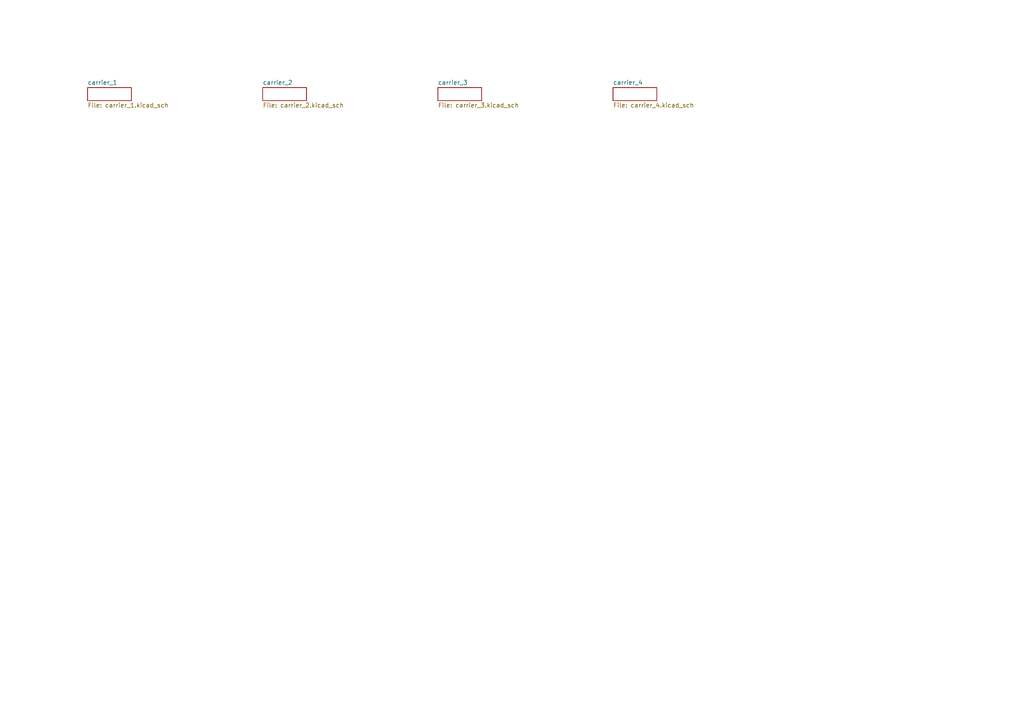
<source format=kicad_sch>
(kicad_sch
	(version 20231120)
	(generator "eeschema")
	(generator_version "8.0")
	(uuid "7432a06f-ac8b-422d-bc6b-b0826f05dc07")
	(paper "A4")
	(lib_symbols)
	(sheet
		(at 25.4 25.4)
		(size 12.7 3.81)
		(fields_autoplaced yes)
		(stroke
			(width 0)
			(type solid)
		)
		(fill
			(color 0 0 0 0.0000)
		)
		(uuid "00000000-0000-0000-0000-0000616e0a39")
		(property "Sheetname" "carrier_1"
			(at 25.4 24.6884 0)
			(effects
				(font
					(size 1.27 1.27)
				)
				(justify left bottom)
			)
		)
		(property "Sheetfile" "carrier_1.kicad_sch"
			(at 25.4 29.7946 0)
			(effects
				(font
					(size 1.27 1.27)
				)
				(justify left top)
			)
		)
		(instances
			(project "carrier"
				(path "/7432a06f-ac8b-422d-bc6b-b0826f05dc07"
					(page "2")
				)
			)
		)
	)
	(sheet
		(at 76.2 25.4)
		(size 12.7 3.81)
		(fields_autoplaced yes)
		(stroke
			(width 0)
			(type solid)
		)
		(fill
			(color 0 0 0 0.0000)
		)
		(uuid "00000000-0000-0000-0000-0000616e0c0e")
		(property "Sheetname" "carrier_2"
			(at 76.2 24.6884 0)
			(effects
				(font
					(size 1.27 1.27)
				)
				(justify left bottom)
			)
		)
		(property "Sheetfile" "carrier_2.kicad_sch"
			(at 76.2 29.7946 0)
			(effects
				(font
					(size 1.27 1.27)
				)
				(justify left top)
			)
		)
		(instances
			(project "carrier"
				(path "/7432a06f-ac8b-422d-bc6b-b0826f05dc07"
					(page "3")
				)
			)
		)
	)
	(sheet
		(at 127 25.4)
		(size 12.7 3.81)
		(fields_autoplaced yes)
		(stroke
			(width 0)
			(type solid)
		)
		(fill
			(color 0 0 0 0.0000)
		)
		(uuid "00000000-0000-0000-0000-0000616e0e3a")
		(property "Sheetname" "carrier_3"
			(at 127 24.6884 0)
			(effects
				(font
					(size 1.27 1.27)
				)
				(justify left bottom)
			)
		)
		(property "Sheetfile" "carrier_3.kicad_sch"
			(at 127 29.7946 0)
			(effects
				(font
					(size 1.27 1.27)
				)
				(justify left top)
			)
		)
		(instances
			(project "carrier"
				(path "/7432a06f-ac8b-422d-bc6b-b0826f05dc07"
					(page "4")
				)
			)
		)
	)
	(sheet
		(at 177.8 25.4)
		(size 12.7 3.81)
		(fields_autoplaced yes)
		(stroke
			(width 0)
			(type solid)
		)
		(fill
			(color 0 0 0 0.0000)
		)
		(uuid "00000000-0000-0000-0000-0000616e105a")
		(property "Sheetname" "carrier_4"
			(at 177.8 24.6884 0)
			(effects
				(font
					(size 1.27 1.27)
				)
				(justify left bottom)
			)
		)
		(property "Sheetfile" "carrier_4.kicad_sch"
			(at 177.8 29.7946 0)
			(effects
				(font
					(size 1.27 1.27)
				)
				(justify left top)
			)
		)
		(instances
			(project "carrier"
				(path "/7432a06f-ac8b-422d-bc6b-b0826f05dc07"
					(page "5")
				)
			)
		)
	)
	(sheet_instances
		(path "/"
			(page "1")
		)
	)
)
</source>
